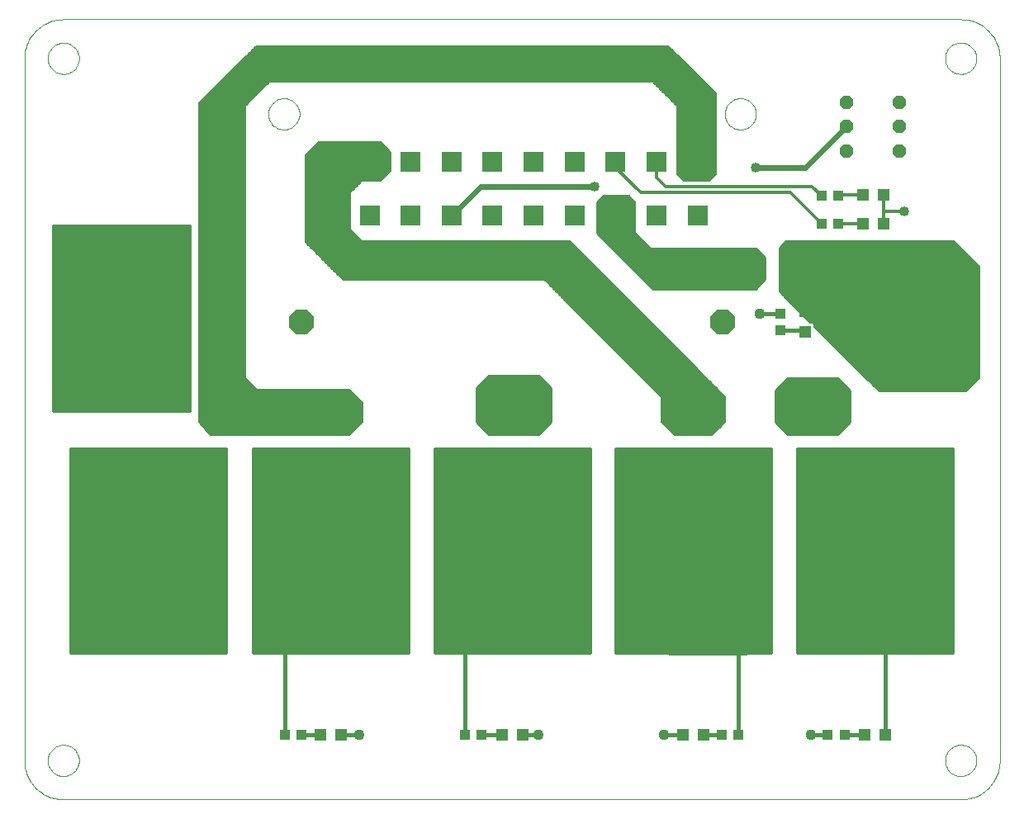
<source format=gtl>
G75*
G70*
%OFA0B0*%
%FSLAX24Y24*%
%IPPOS*%
%LPD*%
%AMOC8*
5,1,8,0,0,1.08239X$1,22.5*
%
%ADD10OC8,0.1000*%
%ADD11R,0.0472X0.0472*%
%ADD12R,0.0394X0.0433*%
%ADD13R,0.0433X0.0394*%
%ADD14R,0.1240X0.0669*%
%ADD15R,0.0669X0.1240*%
%ADD16C,0.3150*%
%ADD17C,0.0000*%
%ADD18R,0.0827X0.0827*%
%ADD19OC8,0.0555*%
%ADD20C,0.0436*%
%ADD21C,0.0400*%
%ADD22C,0.0120*%
%ADD23C,0.0160*%
%ADD24C,0.0100*%
%ADD25C,0.0560*%
%ADD26C,0.0240*%
D10*
X015579Y024099D03*
X032579Y024099D03*
D11*
X035894Y024512D03*
X035894Y023686D03*
X038233Y028036D03*
X039060Y028036D03*
X039060Y029217D03*
X038233Y029217D03*
X038312Y007426D03*
X039138Y007426D03*
X031816Y007426D03*
X030989Y007426D03*
X024493Y007426D03*
X023666Y007426D03*
X017170Y007426D03*
X016343Y007426D03*
D12*
X015591Y007426D03*
X014922Y007426D03*
X022170Y007426D03*
X022839Y007426D03*
X032552Y007426D03*
X033221Y007426D03*
X036826Y007426D03*
X037496Y007426D03*
X037229Y028058D03*
X036560Y028058D03*
X036560Y029183D03*
X037229Y029183D03*
D13*
X034894Y024434D03*
X034894Y023764D03*
D14*
X036257Y020406D03*
X036257Y018343D03*
X031402Y018343D03*
X031402Y020406D03*
X024079Y020406D03*
X024079Y018343D03*
X016757Y018343D03*
X016757Y020406D03*
D15*
X033363Y026308D03*
X035426Y026308D03*
D16*
X040089Y024099D03*
X038725Y013863D03*
X031402Y013863D03*
X024079Y013863D03*
X016757Y013863D03*
X009434Y013863D03*
X008070Y024099D03*
D17*
X005969Y004808D02*
X042190Y004808D01*
X042190Y004807D02*
X042267Y004809D01*
X042344Y004815D01*
X042421Y004824D01*
X042497Y004837D01*
X042573Y004854D01*
X042647Y004875D01*
X042721Y004899D01*
X042793Y004927D01*
X042863Y004958D01*
X042932Y004993D01*
X043000Y005031D01*
X043065Y005072D01*
X043128Y005117D01*
X043189Y005165D01*
X043248Y005215D01*
X043304Y005268D01*
X043357Y005324D01*
X043407Y005383D01*
X043455Y005444D01*
X043500Y005507D01*
X043541Y005572D01*
X043579Y005640D01*
X043614Y005709D01*
X043645Y005779D01*
X043673Y005851D01*
X043697Y005925D01*
X043718Y005999D01*
X043735Y006075D01*
X043748Y006151D01*
X043757Y006228D01*
X043763Y006305D01*
X043765Y006382D01*
X043764Y006382D02*
X043764Y034729D01*
X043765Y034729D02*
X043763Y034806D01*
X043757Y034883D01*
X043748Y034960D01*
X043735Y035036D01*
X043718Y035112D01*
X043697Y035186D01*
X043673Y035260D01*
X043645Y035332D01*
X043614Y035402D01*
X043579Y035471D01*
X043541Y035539D01*
X043500Y035604D01*
X043455Y035667D01*
X043407Y035728D01*
X043357Y035787D01*
X043304Y035843D01*
X043248Y035896D01*
X043189Y035946D01*
X043128Y035994D01*
X043065Y036039D01*
X043000Y036080D01*
X042932Y036118D01*
X042863Y036153D01*
X042793Y036184D01*
X042721Y036212D01*
X042647Y036236D01*
X042573Y036257D01*
X042497Y036274D01*
X042421Y036287D01*
X042344Y036296D01*
X042267Y036302D01*
X042190Y036304D01*
X005969Y036304D01*
X005892Y036302D01*
X005815Y036296D01*
X005738Y036287D01*
X005662Y036274D01*
X005586Y036257D01*
X005512Y036236D01*
X005438Y036212D01*
X005366Y036184D01*
X005296Y036153D01*
X005227Y036118D01*
X005159Y036080D01*
X005094Y036039D01*
X005031Y035994D01*
X004970Y035946D01*
X004911Y035896D01*
X004855Y035843D01*
X004802Y035787D01*
X004752Y035728D01*
X004704Y035667D01*
X004659Y035604D01*
X004618Y035539D01*
X004580Y035471D01*
X004545Y035402D01*
X004514Y035332D01*
X004486Y035260D01*
X004462Y035186D01*
X004441Y035112D01*
X004424Y035036D01*
X004411Y034960D01*
X004402Y034883D01*
X004396Y034806D01*
X004394Y034729D01*
X004394Y006382D01*
X004396Y006305D01*
X004402Y006228D01*
X004411Y006151D01*
X004424Y006075D01*
X004441Y005999D01*
X004462Y005925D01*
X004486Y005851D01*
X004514Y005779D01*
X004545Y005709D01*
X004580Y005640D01*
X004618Y005572D01*
X004659Y005507D01*
X004704Y005444D01*
X004752Y005383D01*
X004802Y005324D01*
X004855Y005268D01*
X004911Y005215D01*
X004970Y005165D01*
X005031Y005117D01*
X005094Y005072D01*
X005159Y005031D01*
X005227Y004993D01*
X005296Y004958D01*
X005366Y004927D01*
X005438Y004899D01*
X005512Y004875D01*
X005586Y004854D01*
X005662Y004837D01*
X005738Y004824D01*
X005815Y004815D01*
X005892Y004809D01*
X005969Y004807D01*
X005339Y006382D02*
X005341Y006432D01*
X005347Y006482D01*
X005357Y006531D01*
X005371Y006579D01*
X005388Y006626D01*
X005409Y006671D01*
X005434Y006715D01*
X005462Y006756D01*
X005494Y006795D01*
X005528Y006832D01*
X005565Y006866D01*
X005605Y006896D01*
X005647Y006923D01*
X005691Y006947D01*
X005737Y006968D01*
X005784Y006984D01*
X005832Y006997D01*
X005882Y007006D01*
X005931Y007011D01*
X005982Y007012D01*
X006032Y007009D01*
X006081Y007002D01*
X006130Y006991D01*
X006178Y006976D01*
X006224Y006958D01*
X006269Y006936D01*
X006312Y006910D01*
X006353Y006881D01*
X006392Y006849D01*
X006428Y006814D01*
X006460Y006776D01*
X006490Y006736D01*
X006517Y006693D01*
X006540Y006649D01*
X006559Y006603D01*
X006575Y006555D01*
X006587Y006506D01*
X006595Y006457D01*
X006599Y006407D01*
X006599Y006357D01*
X006595Y006307D01*
X006587Y006258D01*
X006575Y006209D01*
X006559Y006161D01*
X006540Y006115D01*
X006517Y006071D01*
X006490Y006028D01*
X006460Y005988D01*
X006428Y005950D01*
X006392Y005915D01*
X006353Y005883D01*
X006312Y005854D01*
X006269Y005828D01*
X006224Y005806D01*
X006178Y005788D01*
X006130Y005773D01*
X006081Y005762D01*
X006032Y005755D01*
X005982Y005752D01*
X005931Y005753D01*
X005882Y005758D01*
X005832Y005767D01*
X005784Y005780D01*
X005737Y005796D01*
X005691Y005817D01*
X005647Y005841D01*
X005605Y005868D01*
X005565Y005898D01*
X005528Y005932D01*
X005494Y005969D01*
X005462Y006008D01*
X005434Y006049D01*
X005409Y006093D01*
X005388Y006138D01*
X005371Y006185D01*
X005357Y006233D01*
X005347Y006282D01*
X005341Y006332D01*
X005339Y006382D01*
X014237Y032485D02*
X014239Y032535D01*
X014245Y032585D01*
X014255Y032634D01*
X014269Y032682D01*
X014286Y032729D01*
X014307Y032774D01*
X014332Y032818D01*
X014360Y032859D01*
X014392Y032898D01*
X014426Y032935D01*
X014463Y032969D01*
X014503Y032999D01*
X014545Y033026D01*
X014589Y033050D01*
X014635Y033071D01*
X014682Y033087D01*
X014730Y033100D01*
X014780Y033109D01*
X014829Y033114D01*
X014880Y033115D01*
X014930Y033112D01*
X014979Y033105D01*
X015028Y033094D01*
X015076Y033079D01*
X015122Y033061D01*
X015167Y033039D01*
X015210Y033013D01*
X015251Y032984D01*
X015290Y032952D01*
X015326Y032917D01*
X015358Y032879D01*
X015388Y032839D01*
X015415Y032796D01*
X015438Y032752D01*
X015457Y032706D01*
X015473Y032658D01*
X015485Y032609D01*
X015493Y032560D01*
X015497Y032510D01*
X015497Y032460D01*
X015493Y032410D01*
X015485Y032361D01*
X015473Y032312D01*
X015457Y032264D01*
X015438Y032218D01*
X015415Y032174D01*
X015388Y032131D01*
X015358Y032091D01*
X015326Y032053D01*
X015290Y032018D01*
X015251Y031986D01*
X015210Y031957D01*
X015167Y031931D01*
X015122Y031909D01*
X015076Y031891D01*
X015028Y031876D01*
X014979Y031865D01*
X014930Y031858D01*
X014880Y031855D01*
X014829Y031856D01*
X014780Y031861D01*
X014730Y031870D01*
X014682Y031883D01*
X014635Y031899D01*
X014589Y031920D01*
X014545Y031944D01*
X014503Y031971D01*
X014463Y032001D01*
X014426Y032035D01*
X014392Y032072D01*
X014360Y032111D01*
X014332Y032152D01*
X014307Y032196D01*
X014286Y032241D01*
X014269Y032288D01*
X014255Y032336D01*
X014245Y032385D01*
X014239Y032435D01*
X014237Y032485D01*
X005339Y034729D02*
X005341Y034779D01*
X005347Y034829D01*
X005357Y034878D01*
X005371Y034926D01*
X005388Y034973D01*
X005409Y035018D01*
X005434Y035062D01*
X005462Y035103D01*
X005494Y035142D01*
X005528Y035179D01*
X005565Y035213D01*
X005605Y035243D01*
X005647Y035270D01*
X005691Y035294D01*
X005737Y035315D01*
X005784Y035331D01*
X005832Y035344D01*
X005882Y035353D01*
X005931Y035358D01*
X005982Y035359D01*
X006032Y035356D01*
X006081Y035349D01*
X006130Y035338D01*
X006178Y035323D01*
X006224Y035305D01*
X006269Y035283D01*
X006312Y035257D01*
X006353Y035228D01*
X006392Y035196D01*
X006428Y035161D01*
X006460Y035123D01*
X006490Y035083D01*
X006517Y035040D01*
X006540Y034996D01*
X006559Y034950D01*
X006575Y034902D01*
X006587Y034853D01*
X006595Y034804D01*
X006599Y034754D01*
X006599Y034704D01*
X006595Y034654D01*
X006587Y034605D01*
X006575Y034556D01*
X006559Y034508D01*
X006540Y034462D01*
X006517Y034418D01*
X006490Y034375D01*
X006460Y034335D01*
X006428Y034297D01*
X006392Y034262D01*
X006353Y034230D01*
X006312Y034201D01*
X006269Y034175D01*
X006224Y034153D01*
X006178Y034135D01*
X006130Y034120D01*
X006081Y034109D01*
X006032Y034102D01*
X005982Y034099D01*
X005931Y034100D01*
X005882Y034105D01*
X005832Y034114D01*
X005784Y034127D01*
X005737Y034143D01*
X005691Y034164D01*
X005647Y034188D01*
X005605Y034215D01*
X005565Y034245D01*
X005528Y034279D01*
X005494Y034316D01*
X005462Y034355D01*
X005434Y034396D01*
X005409Y034440D01*
X005388Y034485D01*
X005371Y034532D01*
X005357Y034580D01*
X005347Y034629D01*
X005341Y034679D01*
X005339Y034729D01*
X032662Y032485D02*
X032664Y032535D01*
X032670Y032585D01*
X032680Y032634D01*
X032694Y032682D01*
X032711Y032729D01*
X032732Y032774D01*
X032757Y032818D01*
X032785Y032859D01*
X032817Y032898D01*
X032851Y032935D01*
X032888Y032969D01*
X032928Y032999D01*
X032970Y033026D01*
X033014Y033050D01*
X033060Y033071D01*
X033107Y033087D01*
X033155Y033100D01*
X033205Y033109D01*
X033254Y033114D01*
X033305Y033115D01*
X033355Y033112D01*
X033404Y033105D01*
X033453Y033094D01*
X033501Y033079D01*
X033547Y033061D01*
X033592Y033039D01*
X033635Y033013D01*
X033676Y032984D01*
X033715Y032952D01*
X033751Y032917D01*
X033783Y032879D01*
X033813Y032839D01*
X033840Y032796D01*
X033863Y032752D01*
X033882Y032706D01*
X033898Y032658D01*
X033910Y032609D01*
X033918Y032560D01*
X033922Y032510D01*
X033922Y032460D01*
X033918Y032410D01*
X033910Y032361D01*
X033898Y032312D01*
X033882Y032264D01*
X033863Y032218D01*
X033840Y032174D01*
X033813Y032131D01*
X033783Y032091D01*
X033751Y032053D01*
X033715Y032018D01*
X033676Y031986D01*
X033635Y031957D01*
X033592Y031931D01*
X033547Y031909D01*
X033501Y031891D01*
X033453Y031876D01*
X033404Y031865D01*
X033355Y031858D01*
X033305Y031855D01*
X033254Y031856D01*
X033205Y031861D01*
X033155Y031870D01*
X033107Y031883D01*
X033060Y031899D01*
X033014Y031920D01*
X032970Y031944D01*
X032928Y031971D01*
X032888Y032001D01*
X032851Y032035D01*
X032817Y032072D01*
X032785Y032111D01*
X032757Y032152D01*
X032732Y032196D01*
X032711Y032241D01*
X032694Y032288D01*
X032680Y032336D01*
X032670Y032385D01*
X032664Y032435D01*
X032662Y032485D01*
X041560Y034729D02*
X041562Y034779D01*
X041568Y034829D01*
X041578Y034878D01*
X041592Y034926D01*
X041609Y034973D01*
X041630Y035018D01*
X041655Y035062D01*
X041683Y035103D01*
X041715Y035142D01*
X041749Y035179D01*
X041786Y035213D01*
X041826Y035243D01*
X041868Y035270D01*
X041912Y035294D01*
X041958Y035315D01*
X042005Y035331D01*
X042053Y035344D01*
X042103Y035353D01*
X042152Y035358D01*
X042203Y035359D01*
X042253Y035356D01*
X042302Y035349D01*
X042351Y035338D01*
X042399Y035323D01*
X042445Y035305D01*
X042490Y035283D01*
X042533Y035257D01*
X042574Y035228D01*
X042613Y035196D01*
X042649Y035161D01*
X042681Y035123D01*
X042711Y035083D01*
X042738Y035040D01*
X042761Y034996D01*
X042780Y034950D01*
X042796Y034902D01*
X042808Y034853D01*
X042816Y034804D01*
X042820Y034754D01*
X042820Y034704D01*
X042816Y034654D01*
X042808Y034605D01*
X042796Y034556D01*
X042780Y034508D01*
X042761Y034462D01*
X042738Y034418D01*
X042711Y034375D01*
X042681Y034335D01*
X042649Y034297D01*
X042613Y034262D01*
X042574Y034230D01*
X042533Y034201D01*
X042490Y034175D01*
X042445Y034153D01*
X042399Y034135D01*
X042351Y034120D01*
X042302Y034109D01*
X042253Y034102D01*
X042203Y034099D01*
X042152Y034100D01*
X042103Y034105D01*
X042053Y034114D01*
X042005Y034127D01*
X041958Y034143D01*
X041912Y034164D01*
X041868Y034188D01*
X041826Y034215D01*
X041786Y034245D01*
X041749Y034279D01*
X041715Y034316D01*
X041683Y034355D01*
X041655Y034396D01*
X041630Y034440D01*
X041609Y034485D01*
X041592Y034532D01*
X041578Y034580D01*
X041568Y034629D01*
X041562Y034679D01*
X041560Y034729D01*
X041560Y006382D02*
X041562Y006432D01*
X041568Y006482D01*
X041578Y006531D01*
X041592Y006579D01*
X041609Y006626D01*
X041630Y006671D01*
X041655Y006715D01*
X041683Y006756D01*
X041715Y006795D01*
X041749Y006832D01*
X041786Y006866D01*
X041826Y006896D01*
X041868Y006923D01*
X041912Y006947D01*
X041958Y006968D01*
X042005Y006984D01*
X042053Y006997D01*
X042103Y007006D01*
X042152Y007011D01*
X042203Y007012D01*
X042253Y007009D01*
X042302Y007002D01*
X042351Y006991D01*
X042399Y006976D01*
X042445Y006958D01*
X042490Y006936D01*
X042533Y006910D01*
X042574Y006881D01*
X042613Y006849D01*
X042649Y006814D01*
X042681Y006776D01*
X042711Y006736D01*
X042738Y006693D01*
X042761Y006649D01*
X042780Y006603D01*
X042796Y006555D01*
X042808Y006506D01*
X042816Y006457D01*
X042820Y006407D01*
X042820Y006357D01*
X042816Y006307D01*
X042808Y006258D01*
X042796Y006209D01*
X042780Y006161D01*
X042761Y006115D01*
X042738Y006071D01*
X042711Y006028D01*
X042681Y005988D01*
X042649Y005950D01*
X042613Y005915D01*
X042574Y005883D01*
X042533Y005854D01*
X042490Y005828D01*
X042445Y005806D01*
X042399Y005788D01*
X042351Y005773D01*
X042302Y005762D01*
X042253Y005755D01*
X042203Y005752D01*
X042152Y005753D01*
X042103Y005758D01*
X042053Y005767D01*
X042005Y005780D01*
X041958Y005796D01*
X041912Y005817D01*
X041868Y005841D01*
X041826Y005868D01*
X041786Y005898D01*
X041749Y005932D01*
X041715Y005969D01*
X041683Y006008D01*
X041655Y006049D01*
X041630Y006093D01*
X041609Y006138D01*
X041592Y006185D01*
X041578Y006233D01*
X041568Y006282D01*
X041562Y006332D01*
X041560Y006382D01*
D18*
X031560Y028378D03*
X029906Y028378D03*
X028253Y028378D03*
X026599Y028378D03*
X024946Y028378D03*
X023292Y028378D03*
X021638Y028378D03*
X019985Y028378D03*
X018331Y028378D03*
X016678Y028378D03*
X016678Y030544D03*
X018331Y030544D03*
X019985Y030544D03*
X021638Y030544D03*
X023292Y030544D03*
X024946Y030544D03*
X026599Y030544D03*
X028253Y030544D03*
X029906Y030544D03*
X031560Y030544D03*
D19*
X037583Y030989D03*
X037583Y031973D03*
X037583Y032957D03*
X039709Y032957D03*
X039709Y031973D03*
X039709Y030989D03*
D20*
X034091Y024426D03*
X036144Y007426D03*
X030225Y007426D03*
X025144Y007426D03*
X017894Y007426D03*
D21*
X039894Y028558D03*
X033894Y030308D03*
X027394Y029558D03*
D22*
X028253Y030315D02*
X029264Y029304D01*
X035314Y029304D01*
X036560Y028058D01*
X037229Y028058D02*
X037251Y028036D01*
X038233Y028036D01*
X039060Y028036D02*
X039060Y028558D01*
X039894Y028558D01*
X039060Y028558D02*
X039060Y029217D01*
X038233Y029217D02*
X037263Y029217D01*
X037229Y029183D01*
X036560Y029183D02*
X036189Y029554D01*
X030264Y029554D01*
X029906Y029912D01*
X029906Y030544D01*
X030764Y030531D02*
X032264Y030531D01*
X032264Y030413D02*
X030764Y030413D01*
X030764Y030294D02*
X032264Y030294D01*
X032264Y030176D02*
X030764Y030176D01*
X030764Y030057D02*
X032264Y030057D01*
X032264Y030054D02*
X032014Y029804D01*
X031014Y029804D01*
X030764Y030054D01*
X030764Y032804D01*
X029764Y033804D01*
X014264Y033804D01*
X013264Y032804D01*
X013264Y021804D01*
X013769Y021308D01*
X013898Y021304D01*
X017509Y021304D01*
X018009Y020804D01*
X018009Y020054D01*
X017509Y019554D01*
X011894Y019558D01*
X011477Y020054D01*
X011477Y032910D01*
X013764Y035197D01*
X030371Y035197D01*
X032264Y033304D01*
X032264Y030054D01*
X032150Y029939D02*
X030879Y029939D01*
X030998Y029820D02*
X032031Y029820D01*
X032264Y030650D02*
X030764Y030650D01*
X030764Y030769D02*
X032264Y030769D01*
X032264Y030887D02*
X030764Y030887D01*
X030764Y031006D02*
X032264Y031006D01*
X032264Y031124D02*
X030764Y031124D01*
X030764Y031243D02*
X032264Y031243D01*
X032264Y031361D02*
X030764Y031361D01*
X030764Y031480D02*
X032264Y031480D01*
X032264Y031598D02*
X030764Y031598D01*
X030764Y031717D02*
X032264Y031717D01*
X032264Y031835D02*
X030764Y031835D01*
X030764Y031954D02*
X032264Y031954D01*
X032264Y032073D02*
X030764Y032073D01*
X030764Y032191D02*
X032264Y032191D01*
X032264Y032310D02*
X030764Y032310D01*
X030764Y032428D02*
X032264Y032428D01*
X032264Y032547D02*
X030764Y032547D01*
X030764Y032665D02*
X032264Y032665D01*
X032264Y032784D02*
X030764Y032784D01*
X030666Y032902D02*
X032264Y032902D01*
X032264Y033021D02*
X030547Y033021D01*
X030429Y033139D02*
X032264Y033139D01*
X032264Y033258D02*
X030310Y033258D01*
X030192Y033376D02*
X032192Y033376D01*
X032073Y033495D02*
X030073Y033495D01*
X029954Y033614D02*
X031954Y033614D01*
X031836Y033732D02*
X029836Y033732D01*
X030888Y034680D02*
X013248Y034680D01*
X013129Y034562D02*
X031006Y034562D01*
X031125Y034443D02*
X013010Y034443D01*
X012892Y034325D02*
X031243Y034325D01*
X031362Y034206D02*
X012773Y034206D01*
X012655Y034088D02*
X031480Y034088D01*
X031599Y033969D02*
X012536Y033969D01*
X012418Y033851D02*
X031717Y033851D01*
X030769Y034799D02*
X013366Y034799D01*
X013485Y034918D02*
X030650Y034918D01*
X030532Y035036D02*
X013603Y035036D01*
X013722Y035155D02*
X030413Y035155D01*
X028253Y030544D02*
X028253Y030315D01*
X026394Y027308D02*
X025894Y027308D01*
X018014Y027304D01*
X017514Y027804D01*
X017514Y029304D01*
X018014Y029804D01*
X018764Y029804D01*
X019139Y030179D01*
X019139Y030929D01*
X018764Y031304D01*
X016264Y031304D01*
X015764Y030804D01*
X015764Y027304D01*
X017264Y025804D01*
X024894Y025808D01*
X025394Y025808D01*
X030158Y021044D01*
X030158Y020058D01*
X030658Y019558D01*
X032158Y019558D01*
X032658Y020058D01*
X032658Y021044D01*
X026394Y027308D01*
X026490Y027212D02*
X015856Y027212D01*
X015764Y027331D02*
X017987Y027331D01*
X017869Y027449D02*
X015764Y027449D01*
X015764Y027568D02*
X017750Y027568D01*
X017632Y027686D02*
X015764Y027686D01*
X015764Y027805D02*
X017514Y027805D01*
X017514Y027924D02*
X015764Y027924D01*
X015764Y028042D02*
X017514Y028042D01*
X017514Y028161D02*
X015764Y028161D01*
X015764Y028279D02*
X017514Y028279D01*
X017514Y028398D02*
X015764Y028398D01*
X015764Y028516D02*
X017514Y028516D01*
X017514Y028635D02*
X015764Y028635D01*
X015764Y028753D02*
X017514Y028753D01*
X017514Y028872D02*
X015764Y028872D01*
X015764Y028990D02*
X017514Y028990D01*
X017514Y029109D02*
X015764Y029109D01*
X015764Y029227D02*
X017514Y029227D01*
X017557Y029346D02*
X015764Y029346D01*
X015764Y029465D02*
X017675Y029465D01*
X017794Y029583D02*
X015764Y029583D01*
X015764Y029702D02*
X017912Y029702D01*
X018781Y029820D02*
X015764Y029820D01*
X015764Y029939D02*
X018900Y029939D01*
X019018Y030057D02*
X015764Y030057D01*
X015764Y030176D02*
X019137Y030176D01*
X019139Y030294D02*
X015764Y030294D01*
X015764Y030413D02*
X019139Y030413D01*
X019139Y030531D02*
X015764Y030531D01*
X015764Y030650D02*
X019139Y030650D01*
X019139Y030769D02*
X015764Y030769D01*
X015848Y030887D02*
X019139Y030887D01*
X019062Y031006D02*
X015966Y031006D01*
X016085Y031124D02*
X018944Y031124D01*
X018825Y031243D02*
X016204Y031243D01*
X013837Y033376D02*
X011944Y033376D01*
X011825Y033258D02*
X013719Y033258D01*
X013600Y033139D02*
X011706Y033139D01*
X011588Y033021D02*
X013482Y033021D01*
X013363Y032902D02*
X011477Y032902D01*
X011477Y032784D02*
X013264Y032784D01*
X013264Y032665D02*
X011477Y032665D01*
X011477Y032547D02*
X013264Y032547D01*
X013264Y032428D02*
X011477Y032428D01*
X011477Y032310D02*
X013264Y032310D01*
X013264Y032191D02*
X011477Y032191D01*
X011477Y032073D02*
X013264Y032073D01*
X013264Y031954D02*
X011477Y031954D01*
X011477Y031835D02*
X013264Y031835D01*
X013264Y031717D02*
X011477Y031717D01*
X011477Y031598D02*
X013264Y031598D01*
X013264Y031480D02*
X011477Y031480D01*
X011477Y031361D02*
X013264Y031361D01*
X013264Y031243D02*
X011477Y031243D01*
X011477Y031124D02*
X013264Y031124D01*
X013264Y031006D02*
X011477Y031006D01*
X011477Y030887D02*
X013264Y030887D01*
X013264Y030769D02*
X011477Y030769D01*
X011477Y030650D02*
X013264Y030650D01*
X013264Y030531D02*
X011477Y030531D01*
X011477Y030413D02*
X013264Y030413D01*
X013264Y030294D02*
X011477Y030294D01*
X011477Y030176D02*
X013264Y030176D01*
X013264Y030057D02*
X011477Y030057D01*
X011477Y029939D02*
X013264Y029939D01*
X013264Y029820D02*
X011477Y029820D01*
X011477Y029702D02*
X013264Y029702D01*
X013264Y029583D02*
X011477Y029583D01*
X011477Y029465D02*
X013264Y029465D01*
X013264Y029346D02*
X011477Y029346D01*
X011477Y029227D02*
X013264Y029227D01*
X013264Y029109D02*
X011477Y029109D01*
X011477Y028990D02*
X013264Y028990D01*
X013264Y028872D02*
X011477Y028872D01*
X011477Y028753D02*
X013264Y028753D01*
X013264Y028635D02*
X011477Y028635D01*
X011477Y028516D02*
X013264Y028516D01*
X013264Y028398D02*
X011477Y028398D01*
X011477Y028279D02*
X013264Y028279D01*
X013264Y028161D02*
X011477Y028161D01*
X011477Y028042D02*
X013264Y028042D01*
X013264Y027924D02*
X011477Y027924D01*
X011477Y027805D02*
X013264Y027805D01*
X013264Y027686D02*
X011477Y027686D01*
X011477Y027568D02*
X013264Y027568D01*
X013264Y027449D02*
X011477Y027449D01*
X011477Y027331D02*
X013264Y027331D01*
X013264Y027212D02*
X011477Y027212D01*
X011477Y027094D02*
X013264Y027094D01*
X013264Y026975D02*
X011477Y026975D01*
X011477Y026857D02*
X013264Y026857D01*
X013264Y026738D02*
X011477Y026738D01*
X011477Y026620D02*
X013264Y026620D01*
X013264Y026501D02*
X011477Y026501D01*
X011477Y026382D02*
X013264Y026382D01*
X013264Y026264D02*
X011477Y026264D01*
X011477Y026145D02*
X013264Y026145D01*
X013264Y026027D02*
X011477Y026027D01*
X011477Y025908D02*
X013264Y025908D01*
X013264Y025790D02*
X011477Y025790D01*
X011477Y025671D02*
X013264Y025671D01*
X013264Y025553D02*
X011477Y025553D01*
X011477Y025434D02*
X013264Y025434D01*
X013264Y025316D02*
X011477Y025316D01*
X011477Y025197D02*
X013264Y025197D01*
X013264Y025078D02*
X011477Y025078D01*
X011477Y024960D02*
X013264Y024960D01*
X013264Y024841D02*
X011477Y024841D01*
X011477Y024723D02*
X013264Y024723D01*
X013264Y024604D02*
X011477Y024604D01*
X011477Y024486D02*
X013264Y024486D01*
X013264Y024367D02*
X011477Y024367D01*
X011477Y024249D02*
X013264Y024249D01*
X013264Y024130D02*
X011477Y024130D01*
X011477Y024012D02*
X013264Y024012D01*
X013264Y023893D02*
X011477Y023893D01*
X011477Y023774D02*
X013264Y023774D01*
X013264Y023656D02*
X011477Y023656D01*
X011477Y023537D02*
X013264Y023537D01*
X013264Y023419D02*
X011477Y023419D01*
X011477Y023300D02*
X013264Y023300D01*
X013264Y023182D02*
X011477Y023182D01*
X011477Y023063D02*
X013264Y023063D01*
X013264Y022945D02*
X011477Y022945D01*
X011477Y022826D02*
X013264Y022826D01*
X013264Y022708D02*
X011477Y022708D01*
X011477Y022589D02*
X013264Y022589D01*
X013264Y022471D02*
X011477Y022471D01*
X011477Y022352D02*
X013264Y022352D01*
X013264Y022233D02*
X011477Y022233D01*
X011477Y022115D02*
X013264Y022115D01*
X013264Y021996D02*
X011477Y021996D01*
X011477Y021878D02*
X013264Y021878D01*
X013310Y021759D02*
X011477Y021759D01*
X011477Y021641D02*
X013430Y021641D01*
X013551Y021522D02*
X011477Y021522D01*
X011477Y021404D02*
X013672Y021404D01*
X011477Y021285D02*
X017527Y021285D01*
X017646Y021167D02*
X011477Y021167D01*
X011477Y021048D02*
X017764Y021048D01*
X017883Y020929D02*
X011477Y020929D01*
X011477Y020811D02*
X018001Y020811D01*
X018009Y020692D02*
X011477Y020692D01*
X011477Y020574D02*
X018009Y020574D01*
X018009Y020455D02*
X011477Y020455D01*
X011477Y020337D02*
X018009Y020337D01*
X018009Y020218D02*
X011477Y020218D01*
X011477Y020100D02*
X018009Y020100D01*
X017936Y019981D02*
X011538Y019981D01*
X011638Y019863D02*
X017817Y019863D01*
X017699Y019744D02*
X011737Y019744D01*
X011837Y019625D02*
X017580Y019625D01*
X017160Y025908D02*
X027794Y025908D01*
X027912Y025790D02*
X025412Y025790D01*
X025531Y025671D02*
X028031Y025671D01*
X028149Y025553D02*
X025649Y025553D01*
X025768Y025434D02*
X028268Y025434D01*
X028386Y025316D02*
X025886Y025316D01*
X026005Y025197D02*
X028505Y025197D01*
X028623Y025078D02*
X026123Y025078D01*
X026242Y024960D02*
X028742Y024960D01*
X028861Y024841D02*
X026361Y024841D01*
X026479Y024723D02*
X028979Y024723D01*
X029098Y024604D02*
X026598Y024604D01*
X026716Y024486D02*
X029216Y024486D01*
X029335Y024367D02*
X026835Y024367D01*
X026953Y024249D02*
X029453Y024249D01*
X029572Y024130D02*
X027072Y024130D01*
X027190Y024012D02*
X029690Y024012D01*
X029809Y023893D02*
X027309Y023893D01*
X027427Y023774D02*
X029927Y023774D01*
X030046Y023656D02*
X027546Y023656D01*
X027664Y023537D02*
X030164Y023537D01*
X030283Y023419D02*
X027783Y023419D01*
X027902Y023300D02*
X030402Y023300D01*
X030520Y023182D02*
X028020Y023182D01*
X028139Y023063D02*
X030639Y023063D01*
X030757Y022945D02*
X028257Y022945D01*
X028376Y022826D02*
X030876Y022826D01*
X030994Y022708D02*
X028494Y022708D01*
X028613Y022589D02*
X031113Y022589D01*
X031231Y022471D02*
X028731Y022471D01*
X028850Y022352D02*
X031350Y022352D01*
X031468Y022233D02*
X028968Y022233D01*
X029087Y022115D02*
X031587Y022115D01*
X031706Y021996D02*
X029206Y021996D01*
X029324Y021878D02*
X031824Y021878D01*
X031943Y021759D02*
X029443Y021759D01*
X029561Y021641D02*
X032061Y021641D01*
X032180Y021522D02*
X029680Y021522D01*
X029798Y021404D02*
X032298Y021404D01*
X032417Y021285D02*
X029917Y021285D01*
X030035Y021167D02*
X032535Y021167D01*
X032654Y021048D02*
X030154Y021048D01*
X030158Y020929D02*
X032658Y020929D01*
X032658Y020811D02*
X030158Y020811D01*
X030158Y020692D02*
X032658Y020692D01*
X032658Y020574D02*
X030158Y020574D01*
X030158Y020455D02*
X032658Y020455D01*
X032658Y020337D02*
X030158Y020337D01*
X030158Y020218D02*
X032658Y020218D01*
X032658Y020100D02*
X030158Y020100D01*
X030235Y019981D02*
X032582Y019981D01*
X032463Y019863D02*
X030353Y019863D01*
X030472Y019744D02*
X032345Y019744D01*
X032226Y019625D02*
X030590Y019625D01*
X035716Y024486D02*
X042894Y024486D01*
X042894Y024604D02*
X035598Y024604D01*
X035479Y024723D02*
X042894Y024723D01*
X042894Y024841D02*
X035361Y024841D01*
X035242Y024960D02*
X042894Y024960D01*
X042894Y025078D02*
X035123Y025078D01*
X035005Y025197D02*
X042894Y025197D01*
X042894Y025316D02*
X034894Y025316D01*
X034894Y025308D02*
X034894Y027058D01*
X035144Y027308D01*
X041894Y027308D01*
X042894Y026308D01*
X042894Y021808D01*
X042394Y021308D01*
X038894Y021308D01*
X036311Y023891D01*
X036311Y023996D01*
X036205Y024102D01*
X036100Y024102D01*
X034894Y025308D01*
X034894Y025434D02*
X042894Y025434D01*
X042894Y025553D02*
X034894Y025553D01*
X034894Y025671D02*
X042894Y025671D01*
X042894Y025790D02*
X034894Y025790D01*
X034894Y025908D02*
X042894Y025908D01*
X042894Y026027D02*
X034894Y026027D01*
X034894Y026145D02*
X042894Y026145D01*
X042894Y026264D02*
X034894Y026264D01*
X034894Y026382D02*
X042819Y026382D01*
X042701Y026501D02*
X034894Y026501D01*
X034894Y026620D02*
X042582Y026620D01*
X042464Y026738D02*
X034894Y026738D01*
X034894Y026857D02*
X042345Y026857D01*
X042227Y026975D02*
X034894Y026975D01*
X034930Y027094D02*
X042108Y027094D01*
X041990Y027212D02*
X035049Y027212D01*
X035835Y024367D02*
X042894Y024367D01*
X042894Y024249D02*
X035953Y024249D01*
X036072Y024130D02*
X042894Y024130D01*
X042894Y024012D02*
X036295Y024012D01*
X036311Y023893D02*
X042894Y023893D01*
X042894Y023774D02*
X036427Y023774D01*
X036546Y023656D02*
X042894Y023656D01*
X042894Y023537D02*
X036664Y023537D01*
X036783Y023419D02*
X042894Y023419D01*
X042894Y023300D02*
X036902Y023300D01*
X037020Y023182D02*
X042894Y023182D01*
X042894Y023063D02*
X037139Y023063D01*
X037257Y022945D02*
X042894Y022945D01*
X042894Y022826D02*
X037376Y022826D01*
X037494Y022708D02*
X042894Y022708D01*
X042894Y022589D02*
X037613Y022589D01*
X037731Y022471D02*
X042894Y022471D01*
X042894Y022352D02*
X037850Y022352D01*
X037968Y022233D02*
X042894Y022233D01*
X042894Y022115D02*
X038087Y022115D01*
X038206Y021996D02*
X042894Y021996D01*
X042894Y021878D02*
X038324Y021878D01*
X038443Y021759D02*
X042846Y021759D01*
X042727Y021641D02*
X038561Y021641D01*
X038680Y021522D02*
X042609Y021522D01*
X042490Y021404D02*
X038798Y021404D01*
X027675Y026027D02*
X017041Y026027D01*
X016923Y026145D02*
X027557Y026145D01*
X027438Y026264D02*
X016804Y026264D01*
X016686Y026382D02*
X027319Y026382D01*
X027201Y026501D02*
X016567Y026501D01*
X016449Y026620D02*
X027082Y026620D01*
X026964Y026738D02*
X016330Y026738D01*
X016211Y026857D02*
X026845Y026857D01*
X026727Y026975D02*
X016093Y026975D01*
X015974Y027094D02*
X026608Y027094D01*
X014193Y033732D02*
X012299Y033732D01*
X012181Y033614D02*
X014074Y033614D01*
X013956Y033495D02*
X012062Y033495D01*
D23*
X034091Y024426D02*
X034099Y024434D01*
X034894Y024434D01*
X034894Y023764D02*
X035816Y023764D01*
X035894Y023686D01*
X033091Y013863D02*
X031402Y013863D01*
X033221Y012044D01*
X033221Y007426D01*
X032552Y007426D02*
X031816Y007426D01*
X030989Y007426D02*
X030225Y007426D01*
X025144Y007426D02*
X024493Y007426D01*
X024500Y007433D01*
X023666Y007426D02*
X022839Y007426D01*
X022170Y007426D02*
X022170Y011953D01*
X024079Y013863D01*
X016757Y013863D02*
X014922Y012028D01*
X014922Y007426D01*
X015591Y007426D02*
X016343Y007426D01*
X017170Y007426D02*
X017894Y007426D01*
X036144Y007426D02*
X036826Y007426D01*
X037496Y007426D02*
X038312Y007426D01*
X039138Y007426D02*
X039138Y013449D01*
X038725Y013863D01*
X038312Y013449D01*
X038725Y013863D02*
X039249Y013863D01*
D24*
X041875Y013874D02*
X035575Y013874D01*
X035575Y013972D02*
X041875Y013972D01*
X041875Y014071D02*
X035575Y014071D01*
X035575Y014169D02*
X041875Y014169D01*
X041875Y014268D02*
X035575Y014268D01*
X035575Y014366D02*
X041875Y014366D01*
X041875Y014465D02*
X035575Y014465D01*
X035575Y014563D02*
X041875Y014563D01*
X041875Y014662D02*
X035575Y014662D01*
X035575Y014760D02*
X041875Y014760D01*
X041875Y014859D02*
X035575Y014859D01*
X035575Y014958D02*
X041875Y014958D01*
X041875Y015056D02*
X035575Y015056D01*
X035575Y015155D02*
X041875Y015155D01*
X041875Y015253D02*
X035575Y015253D01*
X035575Y015352D02*
X041875Y015352D01*
X041875Y015450D02*
X035575Y015450D01*
X035575Y015549D02*
X041875Y015549D01*
X041875Y015647D02*
X035575Y015647D01*
X035575Y015746D02*
X041875Y015746D01*
X041875Y015844D02*
X035575Y015844D01*
X035575Y015943D02*
X041875Y015943D01*
X041875Y016041D02*
X035575Y016041D01*
X035575Y016140D02*
X041875Y016140D01*
X041875Y016239D02*
X035575Y016239D01*
X035575Y016337D02*
X041875Y016337D01*
X041875Y016436D02*
X035575Y016436D01*
X035575Y016534D02*
X041875Y016534D01*
X041875Y016633D02*
X035575Y016633D01*
X035575Y016731D02*
X041875Y016731D01*
X041875Y016830D02*
X035575Y016830D01*
X035575Y016928D02*
X041875Y016928D01*
X041875Y017027D02*
X035575Y017027D01*
X035575Y017125D02*
X041875Y017125D01*
X041875Y017224D02*
X035575Y017224D01*
X035575Y017323D02*
X041875Y017323D01*
X041875Y017421D02*
X035575Y017421D01*
X035575Y017520D02*
X041875Y017520D01*
X041875Y017618D02*
X035575Y017618D01*
X035575Y017717D02*
X041875Y017717D01*
X041875Y017815D02*
X035575Y017815D01*
X035575Y017914D02*
X041875Y017914D01*
X041875Y018012D02*
X035575Y018012D01*
X035575Y018111D02*
X041875Y018111D01*
X041875Y018209D02*
X035575Y018209D01*
X035575Y018308D02*
X041875Y018308D01*
X041875Y018407D02*
X035575Y018407D01*
X035575Y018505D02*
X041875Y018505D01*
X041875Y018604D02*
X035575Y018604D01*
X035575Y018702D02*
X041875Y018702D01*
X041875Y018801D02*
X035575Y018801D01*
X035575Y018899D02*
X041875Y018899D01*
X041875Y018981D02*
X041875Y010713D01*
X035575Y010713D01*
X035575Y018981D01*
X041875Y018981D01*
X037695Y020054D02*
X037195Y019554D01*
X035195Y019554D01*
X034695Y020054D01*
X034695Y021304D01*
X035195Y021804D01*
X037195Y021804D01*
X037695Y021304D01*
X037695Y020054D01*
X037695Y020082D02*
X034695Y020082D01*
X034695Y020180D02*
X037695Y020180D01*
X037695Y020279D02*
X034695Y020279D01*
X034695Y020377D02*
X037695Y020377D01*
X037695Y020476D02*
X034695Y020476D01*
X034695Y020574D02*
X037695Y020574D01*
X037695Y020673D02*
X034695Y020673D01*
X034695Y020772D02*
X037695Y020772D01*
X037695Y020870D02*
X034695Y020870D01*
X034695Y020969D02*
X037695Y020969D01*
X037695Y021067D02*
X034695Y021067D01*
X034695Y021166D02*
X037695Y021166D01*
X037695Y021264D02*
X034695Y021264D01*
X034754Y021363D02*
X037635Y021363D01*
X037537Y021461D02*
X034852Y021461D01*
X034951Y021560D02*
X037438Y021560D01*
X037340Y021658D02*
X035049Y021658D01*
X035148Y021757D02*
X037241Y021757D01*
X037624Y019983D02*
X034765Y019983D01*
X034863Y019885D02*
X037526Y019885D01*
X037427Y019786D02*
X034962Y019786D01*
X035061Y019688D02*
X037329Y019688D01*
X037230Y019589D02*
X035159Y019589D01*
X034552Y018981D02*
X034552Y010713D01*
X032591Y010686D01*
X028253Y010713D01*
X028253Y018981D01*
X034552Y018981D01*
X034552Y018899D02*
X028253Y018899D01*
X028253Y018801D02*
X034552Y018801D01*
X034552Y018702D02*
X028253Y018702D01*
X028253Y018604D02*
X034552Y018604D01*
X034552Y018505D02*
X028253Y018505D01*
X028253Y018407D02*
X034552Y018407D01*
X034552Y018308D02*
X028253Y018308D01*
X028253Y018209D02*
X034552Y018209D01*
X034552Y018111D02*
X028253Y018111D01*
X028253Y018012D02*
X034552Y018012D01*
X034552Y017914D02*
X028253Y017914D01*
X028253Y017815D02*
X034552Y017815D01*
X034552Y017717D02*
X028253Y017717D01*
X028253Y017618D02*
X034552Y017618D01*
X034552Y017520D02*
X028253Y017520D01*
X028253Y017421D02*
X034552Y017421D01*
X034552Y017323D02*
X028253Y017323D01*
X028253Y017224D02*
X034552Y017224D01*
X034552Y017125D02*
X028253Y017125D01*
X028253Y017027D02*
X034552Y017027D01*
X034552Y016928D02*
X028253Y016928D01*
X028253Y016830D02*
X034552Y016830D01*
X034552Y016731D02*
X028253Y016731D01*
X028253Y016633D02*
X034552Y016633D01*
X034552Y016534D02*
X028253Y016534D01*
X028253Y016436D02*
X034552Y016436D01*
X034552Y016337D02*
X028253Y016337D01*
X028253Y016239D02*
X034552Y016239D01*
X034552Y016140D02*
X028253Y016140D01*
X028253Y016041D02*
X034552Y016041D01*
X034552Y015943D02*
X028253Y015943D01*
X028253Y015844D02*
X034552Y015844D01*
X034552Y015746D02*
X028253Y015746D01*
X028253Y015647D02*
X034552Y015647D01*
X034552Y015549D02*
X028253Y015549D01*
X028253Y015450D02*
X034552Y015450D01*
X034552Y015352D02*
X028253Y015352D01*
X028253Y015253D02*
X034552Y015253D01*
X034552Y015155D02*
X028253Y015155D01*
X028253Y015056D02*
X034552Y015056D01*
X034552Y014958D02*
X028253Y014958D01*
X028253Y014859D02*
X034552Y014859D01*
X034552Y014760D02*
X028253Y014760D01*
X028253Y014662D02*
X034552Y014662D01*
X034552Y014563D02*
X028253Y014563D01*
X028253Y014465D02*
X034552Y014465D01*
X034552Y014366D02*
X028253Y014366D01*
X028253Y014268D02*
X034552Y014268D01*
X034552Y014169D02*
X028253Y014169D01*
X028253Y014071D02*
X034552Y014071D01*
X034552Y013972D02*
X028253Y013972D01*
X028253Y013874D02*
X034552Y013874D01*
X034552Y013775D02*
X028253Y013775D01*
X028253Y013676D02*
X034552Y013676D01*
X034552Y013578D02*
X028253Y013578D01*
X028253Y013479D02*
X034552Y013479D01*
X034552Y013381D02*
X028253Y013381D01*
X028253Y013282D02*
X034552Y013282D01*
X034552Y013184D02*
X028253Y013184D01*
X028253Y013085D02*
X034552Y013085D01*
X034552Y012987D02*
X028253Y012987D01*
X028253Y012888D02*
X034552Y012888D01*
X034552Y012790D02*
X028253Y012790D01*
X028253Y012691D02*
X034552Y012691D01*
X034552Y012592D02*
X028253Y012592D01*
X028253Y012494D02*
X034552Y012494D01*
X034552Y012395D02*
X028253Y012395D01*
X028253Y012297D02*
X034552Y012297D01*
X034552Y012198D02*
X028253Y012198D01*
X028253Y012100D02*
X034552Y012100D01*
X034552Y012001D02*
X028253Y012001D01*
X028253Y011903D02*
X034552Y011903D01*
X034552Y011804D02*
X028253Y011804D01*
X028253Y011706D02*
X034552Y011706D01*
X034552Y011607D02*
X028253Y011607D01*
X028253Y011509D02*
X034552Y011509D01*
X034552Y011410D02*
X028253Y011410D01*
X028253Y011311D02*
X034552Y011311D01*
X034552Y011213D02*
X028253Y011213D01*
X028253Y011114D02*
X034552Y011114D01*
X034552Y011016D02*
X028253Y011016D01*
X028253Y010917D02*
X034552Y010917D01*
X034552Y010819D02*
X028253Y010819D01*
X028253Y010720D02*
X034552Y010720D01*
X035575Y010720D02*
X041875Y010720D01*
X041875Y010819D02*
X035575Y010819D01*
X035575Y010917D02*
X041875Y010917D01*
X041875Y011016D02*
X035575Y011016D01*
X035575Y011114D02*
X041875Y011114D01*
X041875Y011213D02*
X035575Y011213D01*
X035575Y011311D02*
X041875Y011311D01*
X041875Y011410D02*
X035575Y011410D01*
X035575Y011509D02*
X041875Y011509D01*
X041875Y011607D02*
X035575Y011607D01*
X035575Y011706D02*
X041875Y011706D01*
X041875Y011804D02*
X035575Y011804D01*
X035575Y011903D02*
X041875Y011903D01*
X041875Y012001D02*
X035575Y012001D01*
X035575Y012100D02*
X041875Y012100D01*
X041875Y012198D02*
X035575Y012198D01*
X035575Y012297D02*
X041875Y012297D01*
X041875Y012395D02*
X035575Y012395D01*
X035575Y012494D02*
X041875Y012494D01*
X041875Y012592D02*
X035575Y012592D01*
X035575Y012691D02*
X041875Y012691D01*
X041875Y012790D02*
X035575Y012790D01*
X035575Y012888D02*
X041875Y012888D01*
X041875Y012987D02*
X035575Y012987D01*
X035575Y013085D02*
X041875Y013085D01*
X041875Y013184D02*
X035575Y013184D01*
X035575Y013282D02*
X041875Y013282D01*
X041875Y013381D02*
X035575Y013381D01*
X035575Y013479D02*
X041875Y013479D01*
X041875Y013578D02*
X035575Y013578D01*
X035575Y013676D02*
X041875Y013676D01*
X041875Y013775D02*
X035575Y013775D01*
X027229Y013775D02*
X020930Y013775D01*
X020930Y013874D02*
X027229Y013874D01*
X027229Y013972D02*
X020930Y013972D01*
X020930Y014071D02*
X027229Y014071D01*
X027229Y014169D02*
X020930Y014169D01*
X020930Y014268D02*
X027229Y014268D01*
X027229Y014366D02*
X020930Y014366D01*
X020930Y014465D02*
X027229Y014465D01*
X027229Y014563D02*
X020930Y014563D01*
X020930Y014662D02*
X027229Y014662D01*
X027229Y014760D02*
X020930Y014760D01*
X020930Y014859D02*
X027229Y014859D01*
X027229Y014958D02*
X020930Y014958D01*
X020930Y015056D02*
X027229Y015056D01*
X027229Y015155D02*
X020930Y015155D01*
X020930Y015253D02*
X027229Y015253D01*
X027229Y015352D02*
X020930Y015352D01*
X020930Y015450D02*
X027229Y015450D01*
X027229Y015549D02*
X020930Y015549D01*
X020930Y015647D02*
X027229Y015647D01*
X027229Y015746D02*
X020930Y015746D01*
X020930Y015844D02*
X027229Y015844D01*
X027229Y015943D02*
X020930Y015943D01*
X020930Y016041D02*
X027229Y016041D01*
X027229Y016140D02*
X020930Y016140D01*
X020930Y016239D02*
X027229Y016239D01*
X027229Y016337D02*
X020930Y016337D01*
X020930Y016436D02*
X027229Y016436D01*
X027229Y016534D02*
X020930Y016534D01*
X020930Y016633D02*
X027229Y016633D01*
X027229Y016731D02*
X020930Y016731D01*
X020930Y016830D02*
X027229Y016830D01*
X027229Y016928D02*
X020930Y016928D01*
X020930Y017027D02*
X027229Y017027D01*
X027229Y017125D02*
X020930Y017125D01*
X020930Y017224D02*
X027229Y017224D01*
X027229Y017323D02*
X020930Y017323D01*
X020930Y017421D02*
X027229Y017421D01*
X027229Y017520D02*
X020930Y017520D01*
X020930Y017618D02*
X027229Y017618D01*
X027229Y017717D02*
X020930Y017717D01*
X020930Y017815D02*
X027229Y017815D01*
X027229Y017914D02*
X020930Y017914D01*
X020930Y018012D02*
X027229Y018012D01*
X027229Y018111D02*
X020930Y018111D01*
X020930Y018209D02*
X027229Y018209D01*
X027229Y018308D02*
X020930Y018308D01*
X020930Y018407D02*
X027229Y018407D01*
X027229Y018505D02*
X020930Y018505D01*
X020930Y018604D02*
X027229Y018604D01*
X027229Y018702D02*
X020930Y018702D01*
X020930Y018801D02*
X027229Y018801D01*
X027229Y018899D02*
X020930Y018899D01*
X020930Y018981D02*
X027229Y018981D01*
X027229Y010713D01*
X020930Y010713D01*
X020930Y018981D01*
X019906Y018981D02*
X019906Y010713D01*
X013607Y010713D01*
X013607Y018981D01*
X019906Y018981D01*
X019906Y018899D02*
X013607Y018899D01*
X013607Y018801D02*
X019906Y018801D01*
X019906Y018702D02*
X013607Y018702D01*
X013607Y018604D02*
X019906Y018604D01*
X019906Y018505D02*
X013607Y018505D01*
X013607Y018407D02*
X019906Y018407D01*
X019906Y018308D02*
X013607Y018308D01*
X013607Y018209D02*
X019906Y018209D01*
X019906Y018111D02*
X013607Y018111D01*
X013607Y018012D02*
X019906Y018012D01*
X019906Y017914D02*
X013607Y017914D01*
X013607Y017815D02*
X019906Y017815D01*
X019906Y017717D02*
X013607Y017717D01*
X013607Y017618D02*
X019906Y017618D01*
X019906Y017520D02*
X013607Y017520D01*
X013607Y017421D02*
X019906Y017421D01*
X019906Y017323D02*
X013607Y017323D01*
X013607Y017224D02*
X019906Y017224D01*
X019906Y017125D02*
X013607Y017125D01*
X013607Y017027D02*
X019906Y017027D01*
X019906Y016928D02*
X013607Y016928D01*
X013607Y016830D02*
X019906Y016830D01*
X019906Y016731D02*
X013607Y016731D01*
X013607Y016633D02*
X019906Y016633D01*
X019906Y016534D02*
X013607Y016534D01*
X013607Y016436D02*
X019906Y016436D01*
X019906Y016337D02*
X013607Y016337D01*
X013607Y016239D02*
X019906Y016239D01*
X019906Y016140D02*
X013607Y016140D01*
X013607Y016041D02*
X019906Y016041D01*
X019906Y015943D02*
X013607Y015943D01*
X013607Y015844D02*
X019906Y015844D01*
X019906Y015746D02*
X013607Y015746D01*
X013607Y015647D02*
X019906Y015647D01*
X019906Y015549D02*
X013607Y015549D01*
X013607Y015450D02*
X019906Y015450D01*
X019906Y015352D02*
X013607Y015352D01*
X013607Y015253D02*
X019906Y015253D01*
X019906Y015155D02*
X013607Y015155D01*
X013607Y015056D02*
X019906Y015056D01*
X019906Y014958D02*
X013607Y014958D01*
X013607Y014859D02*
X019906Y014859D01*
X019906Y014760D02*
X013607Y014760D01*
X013607Y014662D02*
X019906Y014662D01*
X019906Y014563D02*
X013607Y014563D01*
X013607Y014465D02*
X019906Y014465D01*
X019906Y014366D02*
X013607Y014366D01*
X013607Y014268D02*
X019906Y014268D01*
X019906Y014169D02*
X013607Y014169D01*
X013607Y014071D02*
X019906Y014071D01*
X019906Y013972D02*
X013607Y013972D01*
X013607Y013874D02*
X019906Y013874D01*
X019906Y013775D02*
X013607Y013775D01*
X013607Y013676D02*
X019906Y013676D01*
X019906Y013578D02*
X013607Y013578D01*
X013607Y013479D02*
X019906Y013479D01*
X019906Y013381D02*
X013607Y013381D01*
X013607Y013282D02*
X019906Y013282D01*
X019906Y013184D02*
X013607Y013184D01*
X013607Y013085D02*
X019906Y013085D01*
X019906Y012987D02*
X013607Y012987D01*
X013607Y012888D02*
X019906Y012888D01*
X019906Y012790D02*
X013607Y012790D01*
X013607Y012691D02*
X019906Y012691D01*
X019906Y012592D02*
X013607Y012592D01*
X013607Y012494D02*
X019906Y012494D01*
X019906Y012395D02*
X013607Y012395D01*
X013607Y012297D02*
X019906Y012297D01*
X019906Y012198D02*
X013607Y012198D01*
X013607Y012100D02*
X019906Y012100D01*
X019906Y012001D02*
X013607Y012001D01*
X013607Y011903D02*
X019906Y011903D01*
X019906Y011804D02*
X013607Y011804D01*
X013607Y011706D02*
X019906Y011706D01*
X019906Y011607D02*
X013607Y011607D01*
X013607Y011509D02*
X019906Y011509D01*
X019906Y011410D02*
X013607Y011410D01*
X013607Y011311D02*
X019906Y011311D01*
X019906Y011213D02*
X013607Y011213D01*
X013607Y011114D02*
X019906Y011114D01*
X019906Y011016D02*
X013607Y011016D01*
X013607Y010917D02*
X019906Y010917D01*
X019906Y010819D02*
X013607Y010819D01*
X013607Y010720D02*
X019906Y010720D01*
X020930Y010720D02*
X027229Y010720D01*
X027229Y010819D02*
X020930Y010819D01*
X020930Y010917D02*
X027229Y010917D01*
X027229Y011016D02*
X020930Y011016D01*
X020930Y011114D02*
X027229Y011114D01*
X027229Y011213D02*
X020930Y011213D01*
X020930Y011311D02*
X027229Y011311D01*
X027229Y011410D02*
X020930Y011410D01*
X020930Y011509D02*
X027229Y011509D01*
X027229Y011607D02*
X020930Y011607D01*
X020930Y011706D02*
X027229Y011706D01*
X027229Y011804D02*
X020930Y011804D01*
X020930Y011903D02*
X027229Y011903D01*
X027229Y012001D02*
X020930Y012001D01*
X020930Y012100D02*
X027229Y012100D01*
X027229Y012198D02*
X020930Y012198D01*
X020930Y012297D02*
X027229Y012297D01*
X027229Y012395D02*
X020930Y012395D01*
X020930Y012494D02*
X027229Y012494D01*
X027229Y012592D02*
X020930Y012592D01*
X020930Y012691D02*
X027229Y012691D01*
X027229Y012790D02*
X020930Y012790D01*
X020930Y012888D02*
X027229Y012888D01*
X027229Y012987D02*
X020930Y012987D01*
X020930Y013085D02*
X027229Y013085D01*
X027229Y013184D02*
X020930Y013184D01*
X020930Y013282D02*
X027229Y013282D01*
X027229Y013381D02*
X020930Y013381D01*
X020930Y013479D02*
X027229Y013479D01*
X027229Y013578D02*
X020930Y013578D01*
X020930Y013676D02*
X027229Y013676D01*
X025143Y019554D02*
X023143Y019554D01*
X022643Y020054D01*
X022643Y021429D01*
X023143Y021929D01*
X025143Y021929D01*
X025643Y021429D01*
X025643Y020054D01*
X025143Y019554D01*
X025179Y019589D02*
X023108Y019589D01*
X023009Y019688D02*
X025277Y019688D01*
X025376Y019786D02*
X022911Y019786D01*
X022812Y019885D02*
X025474Y019885D01*
X025573Y019983D02*
X022714Y019983D01*
X022643Y020082D02*
X025643Y020082D01*
X025643Y020180D02*
X022643Y020180D01*
X022643Y020279D02*
X025643Y020279D01*
X025643Y020377D02*
X022643Y020377D01*
X022643Y020476D02*
X025643Y020476D01*
X025643Y020574D02*
X022643Y020574D01*
X022643Y020673D02*
X025643Y020673D01*
X025643Y020772D02*
X022643Y020772D01*
X022643Y020870D02*
X025643Y020870D01*
X025643Y020969D02*
X022643Y020969D01*
X022643Y021067D02*
X025643Y021067D01*
X025643Y021166D02*
X022643Y021166D01*
X022643Y021264D02*
X025643Y021264D01*
X025643Y021363D02*
X022643Y021363D01*
X022676Y021461D02*
X025611Y021461D01*
X025512Y021560D02*
X022775Y021560D01*
X022873Y021658D02*
X025414Y021658D01*
X025315Y021757D02*
X022972Y021757D01*
X023070Y021856D02*
X025216Y021856D01*
X029602Y025600D02*
X034062Y025600D01*
X033963Y025502D02*
X029700Y025502D01*
X029769Y025433D02*
X027514Y027687D01*
X027514Y028929D01*
X027764Y029179D01*
X028764Y029179D01*
X029014Y028929D01*
X029014Y027687D01*
X029644Y027058D01*
X033894Y027058D01*
X034269Y026683D01*
X034269Y025808D01*
X033894Y025433D01*
X029769Y025433D01*
X029503Y025699D02*
X034161Y025699D01*
X034259Y025797D02*
X029405Y025797D01*
X029306Y025896D02*
X034269Y025896D01*
X034269Y025994D02*
X029208Y025994D01*
X029109Y026093D02*
X034269Y026093D01*
X034269Y026191D02*
X029010Y026191D01*
X028912Y026290D02*
X034269Y026290D01*
X034269Y026389D02*
X028813Y026389D01*
X028715Y026487D02*
X034269Y026487D01*
X034269Y026586D02*
X028616Y026586D01*
X028518Y026684D02*
X034268Y026684D01*
X034169Y026783D02*
X028419Y026783D01*
X028321Y026881D02*
X034071Y026881D01*
X033972Y026980D02*
X028222Y026980D01*
X028124Y027078D02*
X029624Y027078D01*
X029525Y027177D02*
X028025Y027177D01*
X027926Y027275D02*
X029426Y027275D01*
X029328Y027374D02*
X027828Y027374D01*
X027729Y027473D02*
X029229Y027473D01*
X029131Y027571D02*
X027631Y027571D01*
X027532Y027670D02*
X029032Y027670D01*
X029014Y027768D02*
X027514Y027768D01*
X027514Y027867D02*
X029014Y027867D01*
X029014Y027965D02*
X027514Y027965D01*
X027514Y028064D02*
X029014Y028064D01*
X029014Y028162D02*
X027514Y028162D01*
X027514Y028261D02*
X029014Y028261D01*
X029014Y028359D02*
X027514Y028359D01*
X027514Y028458D02*
X029014Y028458D01*
X029014Y028556D02*
X027514Y028556D01*
X027514Y028655D02*
X029014Y028655D01*
X029014Y028754D02*
X027514Y028754D01*
X027514Y028852D02*
X029014Y028852D01*
X028992Y028951D02*
X027536Y028951D01*
X027635Y029049D02*
X028894Y029049D01*
X028795Y029148D02*
X027734Y029148D01*
X012552Y018981D02*
X012552Y010713D01*
X006253Y010713D01*
X006253Y018981D01*
X012552Y018981D01*
X012552Y018899D02*
X006253Y018899D01*
X006253Y018801D02*
X012552Y018801D01*
X012552Y018702D02*
X006253Y018702D01*
X006253Y018604D02*
X012552Y018604D01*
X012552Y018505D02*
X006253Y018505D01*
X006253Y018407D02*
X012552Y018407D01*
X012552Y018308D02*
X006253Y018308D01*
X006253Y018209D02*
X012552Y018209D01*
X012552Y018111D02*
X006253Y018111D01*
X006253Y018012D02*
X012552Y018012D01*
X012552Y017914D02*
X006253Y017914D01*
X006253Y017815D02*
X012552Y017815D01*
X012552Y017717D02*
X006253Y017717D01*
X006253Y017618D02*
X012552Y017618D01*
X012552Y017520D02*
X006253Y017520D01*
X006253Y017421D02*
X012552Y017421D01*
X012552Y017323D02*
X006253Y017323D01*
X006253Y017224D02*
X012552Y017224D01*
X012552Y017125D02*
X006253Y017125D01*
X006253Y017027D02*
X012552Y017027D01*
X012552Y016928D02*
X006253Y016928D01*
X006253Y016830D02*
X012552Y016830D01*
X012552Y016731D02*
X006253Y016731D01*
X006253Y016633D02*
X012552Y016633D01*
X012552Y016534D02*
X006253Y016534D01*
X006253Y016436D02*
X012552Y016436D01*
X012552Y016337D02*
X006253Y016337D01*
X006253Y016239D02*
X012552Y016239D01*
X012552Y016140D02*
X006253Y016140D01*
X006253Y016041D02*
X012552Y016041D01*
X012552Y015943D02*
X006253Y015943D01*
X006253Y015844D02*
X012552Y015844D01*
X012552Y015746D02*
X006253Y015746D01*
X006253Y015647D02*
X012552Y015647D01*
X012552Y015549D02*
X006253Y015549D01*
X006253Y015450D02*
X012552Y015450D01*
X012552Y015352D02*
X006253Y015352D01*
X006253Y015253D02*
X012552Y015253D01*
X012552Y015155D02*
X006253Y015155D01*
X006253Y015056D02*
X012552Y015056D01*
X012552Y014958D02*
X006253Y014958D01*
X006253Y014859D02*
X012552Y014859D01*
X012552Y014760D02*
X006253Y014760D01*
X006253Y014662D02*
X012552Y014662D01*
X012552Y014563D02*
X006253Y014563D01*
X006253Y014465D02*
X012552Y014465D01*
X012552Y014366D02*
X006253Y014366D01*
X006253Y014268D02*
X012552Y014268D01*
X012552Y014169D02*
X006253Y014169D01*
X006253Y014071D02*
X012552Y014071D01*
X012552Y013972D02*
X006253Y013972D01*
X006253Y013874D02*
X012552Y013874D01*
X012552Y013775D02*
X006253Y013775D01*
X006253Y013676D02*
X012552Y013676D01*
X012552Y013578D02*
X006253Y013578D01*
X006253Y013479D02*
X012552Y013479D01*
X012552Y013381D02*
X006253Y013381D01*
X006253Y013282D02*
X012552Y013282D01*
X012552Y013184D02*
X006253Y013184D01*
X006253Y013085D02*
X012552Y013085D01*
X012552Y012987D02*
X006253Y012987D01*
X006253Y012888D02*
X012552Y012888D01*
X012552Y012790D02*
X006253Y012790D01*
X006253Y012691D02*
X012552Y012691D01*
X012552Y012592D02*
X006253Y012592D01*
X006253Y012494D02*
X012552Y012494D01*
X012552Y012395D02*
X006253Y012395D01*
X006253Y012297D02*
X012552Y012297D01*
X012552Y012198D02*
X006253Y012198D01*
X006253Y012100D02*
X012552Y012100D01*
X012552Y012001D02*
X006253Y012001D01*
X006253Y011903D02*
X012552Y011903D01*
X012552Y011804D02*
X006253Y011804D01*
X006253Y011706D02*
X012552Y011706D01*
X012552Y011607D02*
X006253Y011607D01*
X006253Y011509D02*
X012552Y011509D01*
X012552Y011410D02*
X006253Y011410D01*
X006253Y011311D02*
X012552Y011311D01*
X012552Y011213D02*
X006253Y011213D01*
X006253Y011114D02*
X012552Y011114D01*
X012552Y011016D02*
X006253Y011016D01*
X006253Y010917D02*
X012552Y010917D01*
X012552Y010819D02*
X006253Y010819D01*
X006253Y010720D02*
X012552Y010720D01*
X011068Y020500D02*
X005556Y020500D01*
X005556Y027981D01*
X011068Y027981D01*
X011068Y020500D01*
X011068Y020574D02*
X005556Y020574D01*
X005556Y020673D02*
X011068Y020673D01*
X011068Y020772D02*
X005556Y020772D01*
X005556Y020870D02*
X011068Y020870D01*
X011068Y020969D02*
X005556Y020969D01*
X005556Y021067D02*
X011068Y021067D01*
X011068Y021166D02*
X005556Y021166D01*
X005556Y021264D02*
X011068Y021264D01*
X011068Y021363D02*
X005556Y021363D01*
X005556Y021461D02*
X011068Y021461D01*
X011068Y021560D02*
X005556Y021560D01*
X005556Y021658D02*
X011068Y021658D01*
X011068Y021757D02*
X005556Y021757D01*
X005556Y021856D02*
X011068Y021856D01*
X011068Y021954D02*
X005556Y021954D01*
X005556Y022053D02*
X011068Y022053D01*
X011068Y022151D02*
X005556Y022151D01*
X005556Y022250D02*
X011068Y022250D01*
X011068Y022348D02*
X005556Y022348D01*
X005556Y022447D02*
X011068Y022447D01*
X011068Y022545D02*
X005556Y022545D01*
X005556Y022644D02*
X011068Y022644D01*
X011068Y022742D02*
X005556Y022742D01*
X005556Y022841D02*
X011068Y022841D01*
X011068Y022940D02*
X005556Y022940D01*
X005556Y023038D02*
X011068Y023038D01*
X011068Y023137D02*
X005556Y023137D01*
X005556Y023235D02*
X011068Y023235D01*
X011068Y023334D02*
X005556Y023334D01*
X005556Y023432D02*
X011068Y023432D01*
X011068Y023531D02*
X005556Y023531D01*
X005556Y023629D02*
X011068Y023629D01*
X011068Y023728D02*
X005556Y023728D01*
X005556Y023826D02*
X011068Y023826D01*
X011068Y023925D02*
X005556Y023925D01*
X005556Y024024D02*
X011068Y024024D01*
X011068Y024122D02*
X005556Y024122D01*
X005556Y024221D02*
X011068Y024221D01*
X011068Y024319D02*
X005556Y024319D01*
X005556Y024418D02*
X011068Y024418D01*
X011068Y024516D02*
X005556Y024516D01*
X005556Y024615D02*
X011068Y024615D01*
X011068Y024713D02*
X005556Y024713D01*
X005556Y024812D02*
X011068Y024812D01*
X011068Y024910D02*
X005556Y024910D01*
X005556Y025009D02*
X011068Y025009D01*
X011068Y025107D02*
X005556Y025107D01*
X005556Y025206D02*
X011068Y025206D01*
X011068Y025305D02*
X005556Y025305D01*
X005556Y025403D02*
X011068Y025403D01*
X011068Y025502D02*
X005556Y025502D01*
X005556Y025600D02*
X011068Y025600D01*
X011068Y025699D02*
X005556Y025699D01*
X005556Y025797D02*
X011068Y025797D01*
X011068Y025896D02*
X005556Y025896D01*
X005556Y025994D02*
X011068Y025994D01*
X011068Y026093D02*
X005556Y026093D01*
X005556Y026191D02*
X011068Y026191D01*
X011068Y026290D02*
X005556Y026290D01*
X005556Y026389D02*
X011068Y026389D01*
X011068Y026487D02*
X005556Y026487D01*
X005556Y026586D02*
X011068Y026586D01*
X011068Y026684D02*
X005556Y026684D01*
X005556Y026783D02*
X011068Y026783D01*
X011068Y026881D02*
X005556Y026881D01*
X005556Y026980D02*
X011068Y026980D01*
X011068Y027078D02*
X005556Y027078D01*
X005556Y027177D02*
X011068Y027177D01*
X011068Y027275D02*
X005556Y027275D01*
X005556Y027374D02*
X011068Y027374D01*
X011068Y027473D02*
X005556Y027473D01*
X005556Y027571D02*
X011068Y027571D01*
X011068Y027670D02*
X005556Y027670D01*
X005556Y027768D02*
X011068Y027768D01*
X011068Y027867D02*
X005556Y027867D01*
X005556Y027965D02*
X011068Y027965D01*
D25*
X010663Y027683D03*
X010663Y025933D03*
X010663Y024308D03*
X010663Y022558D03*
X010663Y020808D03*
X008288Y020808D03*
X009379Y018683D03*
X012254Y018683D03*
X012254Y017145D03*
X012254Y015520D03*
X012254Y013395D03*
X012254Y011020D03*
X009379Y011020D03*
X006504Y011020D03*
X006504Y013395D03*
X006504Y015395D03*
X006504Y017270D03*
X006504Y018683D03*
X005788Y020808D03*
X005788Y022433D03*
X005788Y024308D03*
X005788Y025933D03*
X005788Y027683D03*
X008288Y027683D03*
X023023Y021058D03*
X023523Y021433D03*
X024148Y021558D03*
X024773Y021433D03*
X025273Y021058D03*
X025273Y020433D03*
X023023Y020433D03*
X035074Y020183D03*
X035074Y020808D03*
X035574Y021308D03*
X036199Y021433D03*
X036824Y021308D03*
X037324Y020808D03*
X037324Y020183D03*
D26*
X027394Y029558D02*
X022818Y029558D01*
X021638Y028378D01*
X033894Y030308D02*
X035918Y030308D01*
X037583Y031973D01*
M02*

</source>
